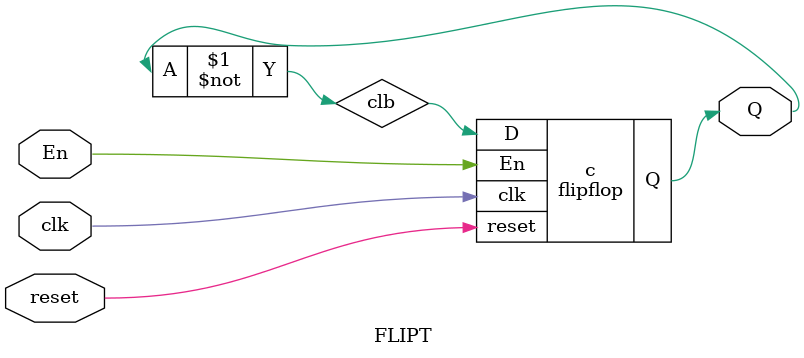
<source format=v>
module flipflop(input clk, reset,En, D, output reg Q);
  always @ (posedge clk, posedge reset)
    if (reset)
      Q <= 1'b0;
    else if (En)
      Q <= D;
endmodule

module FLIPT(input clk, reset, En, output Q);

  wire clb;

  assign clb = ~Q;

  flipflop c(clk, reset, En, clb, Q);

endmodule

</source>
